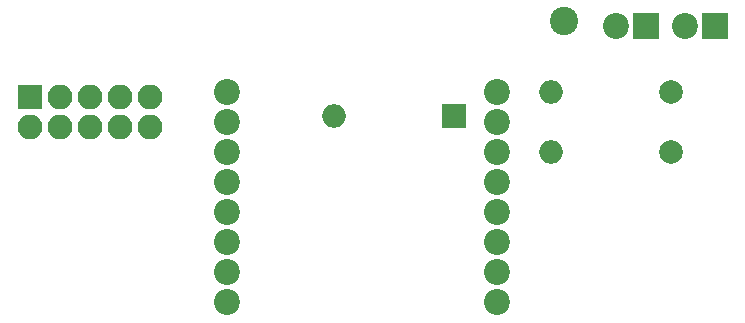
<source format=gbr>
G04 #@! TF.FileFunction,Soldermask,Top*
%FSLAX46Y46*%
G04 Gerber Fmt 4.6, Leading zero omitted, Abs format (unit mm)*
G04 Created by KiCad (PCBNEW 4.0.2+dfsg1-stable) date mié 25 sep 2019 12:34:31 CEST*
%MOMM*%
G01*
G04 APERTURE LIST*
%ADD10C,0.100000*%
%ADD11R,2.200000X2.200000*%
%ADD12C,2.200000*%
%ADD13R,2.000000X2.000000*%
%ADD14O,2.000000X2.000000*%
%ADD15C,2.398980*%
%ADD16R,2.100000X2.100000*%
%ADD17O,2.100000X2.100000*%
%ADD18C,2.000000*%
G04 APERTURE END LIST*
D10*
D11*
X108712000Y-45821600D03*
D12*
X106172000Y-45821600D03*
D11*
X102920800Y-45821600D03*
D12*
X100380800Y-45821600D03*
D13*
X86639400Y-53416200D03*
D14*
X76479400Y-53416200D03*
D15*
X95961200Y-45415200D03*
D16*
X50761900Y-51816000D03*
D17*
X50761900Y-54356000D03*
X53301900Y-51816000D03*
X53301900Y-54356000D03*
X55841900Y-51816000D03*
X55841900Y-54356000D03*
X58381900Y-51816000D03*
X58381900Y-54356000D03*
X60921900Y-51816000D03*
X60921900Y-54356000D03*
D18*
X105054400Y-56515000D03*
D14*
X94894400Y-56515000D03*
D18*
X104990900Y-51435000D03*
D14*
X94830900Y-51435000D03*
D12*
X67398900Y-51435000D03*
X67398900Y-53975000D03*
X67398900Y-56515000D03*
X67398900Y-59055000D03*
X67398900Y-61595000D03*
X67398900Y-64135000D03*
X67398900Y-66675000D03*
X67398900Y-69215000D03*
X90258900Y-69215000D03*
X90258900Y-66675000D03*
X90258900Y-64135000D03*
X90258900Y-61595000D03*
X90258900Y-59055000D03*
X90258900Y-56515000D03*
X90258900Y-53975000D03*
X90258900Y-51435000D03*
M02*

</source>
